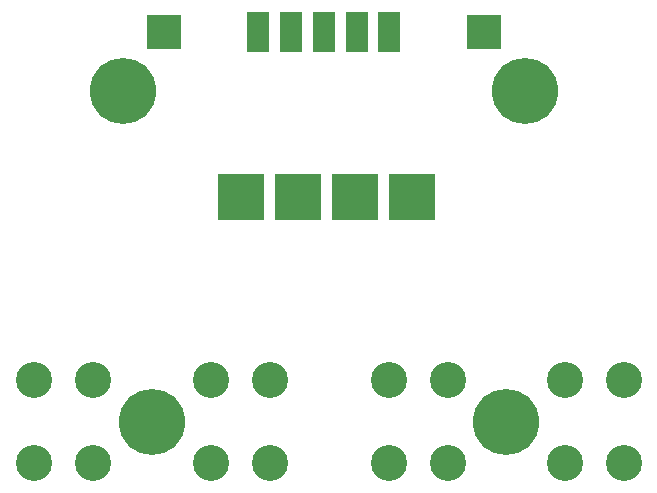
<source format=gts>
%TF.GenerationSoftware,KiCad,Pcbnew,8.0.3*%
%TF.CreationDate,2024-06-22T21:50:30+02:00*%
%TF.ProjectId,W48_W49_Nummernschalter_Adapter,5734385f-5734-4395-9f4e-756d6d65726e,rev?*%
%TF.SameCoordinates,Original*%
%TF.FileFunction,Soldermask,Top*%
%TF.FilePolarity,Negative*%
%FSLAX46Y46*%
G04 Gerber Fmt 4.6, Leading zero omitted, Abs format (unit mm)*
G04 Created by KiCad (PCBNEW 8.0.3) date 2024-06-22 21:50:30*
%MOMM*%
%LPD*%
G01*
G04 APERTURE LIST*
%ADD10C,3.600000*%
%ADD11C,5.600000*%
%ADD12R,1.846667X3.480000*%
%ADD13C,3.054000*%
%ADD14R,4.000000X4.000000*%
%ADD15R,3.000000X3.000000*%
G04 APERTURE END LIST*
D10*
%TO.C,H4*%
X147000000Y-54000000D03*
D11*
X147000000Y-54000000D03*
%TD*%
D10*
%TO.C,H3*%
X113000000Y-54000000D03*
D11*
X113000000Y-54000000D03*
%TD*%
D12*
%TO.C,J1*%
X124460000Y-49000000D03*
X127230000Y-49000000D03*
X130000000Y-49000000D03*
X132770000Y-49000000D03*
X135540000Y-49000000D03*
%TD*%
D13*
%TO.C,J3*%
X125430000Y-78515000D03*
X120430000Y-78515000D03*
X120430000Y-85525000D03*
X125430000Y-85525000D03*
%TD*%
D10*
%TO.C,H1*%
X145430000Y-82025000D03*
D11*
X145430000Y-82025000D03*
%TD*%
D13*
%TO.C,J5*%
X155380000Y-78515000D03*
X150380000Y-78515000D03*
X150380000Y-85525000D03*
X155380000Y-85525000D03*
%TD*%
D14*
%TO.C,J6*%
X123000000Y-63000000D03*
X127850000Y-63000000D03*
X132650000Y-63000000D03*
X137500000Y-63000000D03*
%TD*%
D13*
%TO.C,J4*%
X140480000Y-78515000D03*
X135480000Y-78515000D03*
X135480000Y-85525000D03*
X140480000Y-85525000D03*
%TD*%
D15*
%TO.C,TP1*%
X143572663Y-49000000D03*
%TD*%
D13*
%TO.C,J2*%
X110430000Y-78520000D03*
X105430000Y-78520000D03*
X105430000Y-85530000D03*
X110430000Y-85530000D03*
%TD*%
D15*
%TO.C,TP2*%
X116500000Y-49000000D03*
%TD*%
D10*
%TO.C,H2*%
X115430000Y-82025000D03*
D11*
X115430000Y-82025000D03*
%TD*%
M02*

</source>
